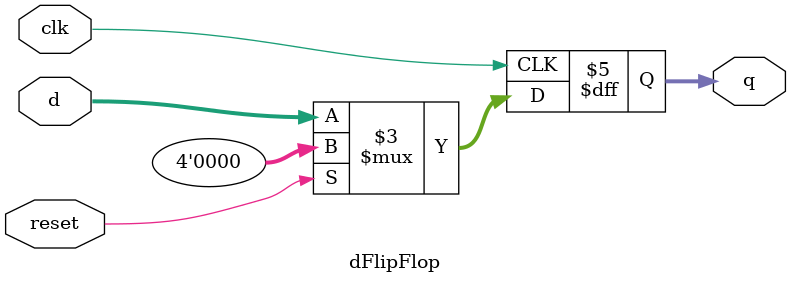
<source format=sv>
`timescale 1ns / 1ps

module dFlipFlop(
    input logic clk,
    input logic reset,
    input logic [3:0] d,
    output logic  [3:0] q
    );
    
    always_ff @(posedge clk)
        if(reset)
            q <= 4'b0000;
        else
            q <= d;

endmodule

</source>
